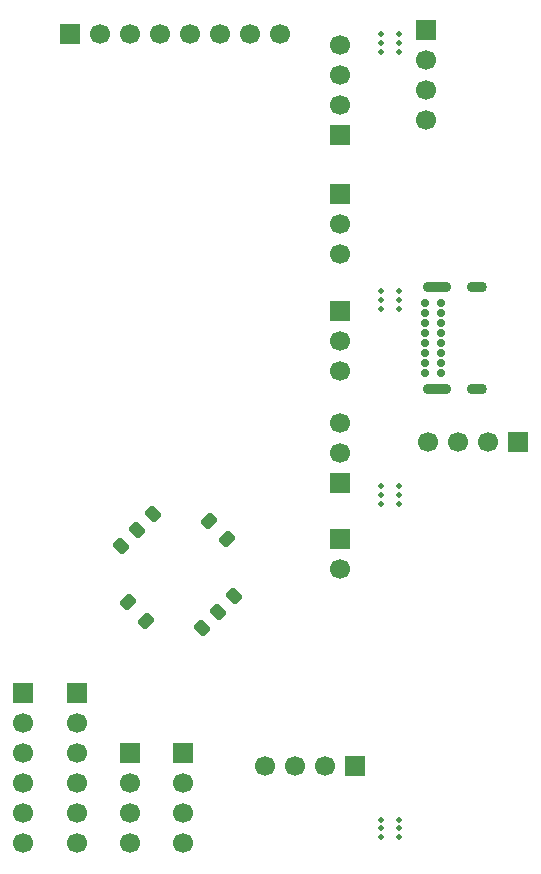
<source format=gbr>
%TF.GenerationSoftware,KiCad,Pcbnew,9.0.4*%
%TF.CreationDate,2025-12-17T09:45:10-05:00*%
%TF.ProjectId,TARS,54415253-2e6b-4696-9361-645f70636258,rev?*%
%TF.SameCoordinates,Original*%
%TF.FileFunction,Soldermask,Bot*%
%TF.FilePolarity,Negative*%
%FSLAX46Y46*%
G04 Gerber Fmt 4.6, Leading zero omitted, Abs format (unit mm)*
G04 Created by KiCad (PCBNEW 9.0.4) date 2025-12-17 09:45:10*
%MOMM*%
%LPD*%
G01*
G04 APERTURE LIST*
G04 Aperture macros list*
%AMRoundRect*
0 Rectangle with rounded corners*
0 $1 Rounding radius*
0 $2 $3 $4 $5 $6 $7 $8 $9 X,Y pos of 4 corners*
0 Add a 4 corners polygon primitive as box body*
4,1,4,$2,$3,$4,$5,$6,$7,$8,$9,$2,$3,0*
0 Add four circle primitives for the rounded corners*
1,1,$1+$1,$2,$3*
1,1,$1+$1,$4,$5*
1,1,$1+$1,$6,$7*
1,1,$1+$1,$8,$9*
0 Add four rect primitives between the rounded corners*
20,1,$1+$1,$2,$3,$4,$5,0*
20,1,$1+$1,$4,$5,$6,$7,0*
20,1,$1+$1,$6,$7,$8,$9,0*
20,1,$1+$1,$8,$9,$2,$3,0*%
G04 Aperture macros list end*
%ADD10RoundRect,0.150000X0.088388X-0.583363X0.583363X-0.088388X-0.088388X0.583363X-0.583363X0.088388X0*%
%ADD11RoundRect,0.150000X-0.583363X-0.088388X-0.088388X-0.583363X0.583363X0.088388X0.088388X0.583363X0*%
%ADD12C,0.500000*%
%ADD13R,1.700000X1.700000*%
%ADD14C,1.700000*%
%ADD15C,0.700000*%
%ADD16O,2.400000X0.900000*%
%ADD17O,1.700000X0.900000*%
G04 APERTURE END LIST*
D10*
%TO.C,SW1*%
X151540648Y-130559074D03*
X150197145Y-131902577D03*
X148853643Y-133246080D03*
D11*
X144080672Y-132680394D03*
X142525037Y-131124759D03*
D10*
X141959351Y-126351788D03*
X143302854Y-125008286D03*
X144646357Y-123664783D03*
D11*
X149419328Y-124230468D03*
X150974963Y-125786103D03*
%TD*%
D12*
%TO.C,mouse-bite-2mm-slot*%
X164000000Y-106250000D03*
X165500000Y-106250000D03*
X164000000Y-105500000D03*
X165500000Y-105500000D03*
X164000000Y-104750000D03*
X165500000Y-104750000D03*
%TD*%
D13*
%TO.C,J11*%
X160500000Y-121000000D03*
D14*
X160500000Y-118460000D03*
X160500000Y-115920000D03*
%TD*%
D13*
%TO.C,J15*%
X138250000Y-138800000D03*
D14*
X138250000Y-141340000D03*
X138250000Y-143880000D03*
X138250000Y-146420000D03*
X138250000Y-148960000D03*
X138250000Y-151500000D03*
%TD*%
D13*
%TO.C,J17*%
X147250000Y-143880000D03*
D14*
X147250000Y-146420000D03*
X147250000Y-148960000D03*
X147250000Y-151500000D03*
%TD*%
D12*
%TO.C,mouse-bite-2mm-slot*%
X164000000Y-122750000D03*
X165500000Y-122750000D03*
X164000000Y-122000000D03*
X165500000Y-122000000D03*
X164000000Y-121250000D03*
X165500000Y-121250000D03*
%TD*%
D13*
%TO.C,LS1*%
X160500000Y-125725000D03*
D14*
X160500000Y-128265000D03*
%TD*%
D13*
%TO.C,M2*%
X160500000Y-96500000D03*
D14*
X160500000Y-99040000D03*
X160500000Y-101580000D03*
%TD*%
D13*
%TO.C,J13*%
X161800000Y-145010000D03*
D14*
X159260000Y-145010000D03*
X156720000Y-145010000D03*
X154180000Y-145010000D03*
%TD*%
D13*
%TO.C,J1*%
X137610000Y-83000000D03*
D14*
X140150000Y-83000000D03*
X142690000Y-83000000D03*
X145230000Y-83000000D03*
X147770000Y-83000000D03*
X150310000Y-83000000D03*
X152850000Y-83000000D03*
X155390000Y-83000000D03*
%TD*%
D15*
%TO.C,J3*%
X167726000Y-111725000D03*
X167726000Y-110875000D03*
X167726000Y-110025000D03*
X167726000Y-109175000D03*
X167726000Y-108325000D03*
X167726000Y-107475000D03*
X167726000Y-106625000D03*
X167726000Y-105775000D03*
X169076000Y-105775000D03*
X169076000Y-106625000D03*
X169076000Y-107475000D03*
X169076000Y-108325000D03*
X169076000Y-109175000D03*
X169076000Y-110025000D03*
X169076000Y-110875000D03*
X169076000Y-111725000D03*
D16*
X168706000Y-113075000D03*
D17*
X172086000Y-113075000D03*
D16*
X168706000Y-104425000D03*
D17*
X172086000Y-104425000D03*
%TD*%
D13*
%TO.C,J5*%
X175560000Y-117566000D03*
D14*
X173020000Y-117566000D03*
X170480000Y-117566000D03*
X167940000Y-117566000D03*
%TD*%
D13*
%TO.C,M1*%
X160500000Y-106420000D03*
D14*
X160500000Y-108960000D03*
X160500000Y-111500000D03*
%TD*%
D12*
%TO.C,mouse-bite-2mm-slot*%
X164000000Y-84500000D03*
X165500000Y-84500000D03*
X164000000Y-83750000D03*
X165500000Y-83750000D03*
X164000000Y-83000000D03*
X165500000Y-83000000D03*
%TD*%
D13*
%TO.C,J2*%
X160500000Y-91580000D03*
D14*
X160500000Y-89040000D03*
X160500000Y-86500000D03*
X160500000Y-83960000D03*
%TD*%
D12*
%TO.C,mouse-bite-2mm-slot*%
X164000000Y-151000000D03*
X165500000Y-151000000D03*
X164000000Y-150250000D03*
X165500000Y-150250000D03*
X164000000Y-149500000D03*
X165500000Y-149500000D03*
%TD*%
D13*
%TO.C,J14*%
X133660000Y-138800000D03*
D14*
X133660000Y-141340000D03*
X133660000Y-143880000D03*
X133660000Y-146420000D03*
X133660000Y-148960000D03*
X133660000Y-151500000D03*
%TD*%
D13*
%TO.C,J12*%
X167751000Y-82670000D03*
D14*
X167751000Y-85210000D03*
X167751000Y-87750000D03*
X167751000Y-90290000D03*
%TD*%
D13*
%TO.C,J16*%
X142750000Y-143880000D03*
D14*
X142750000Y-146420000D03*
X142750000Y-148960000D03*
X142750000Y-151500000D03*
%TD*%
M02*

</source>
